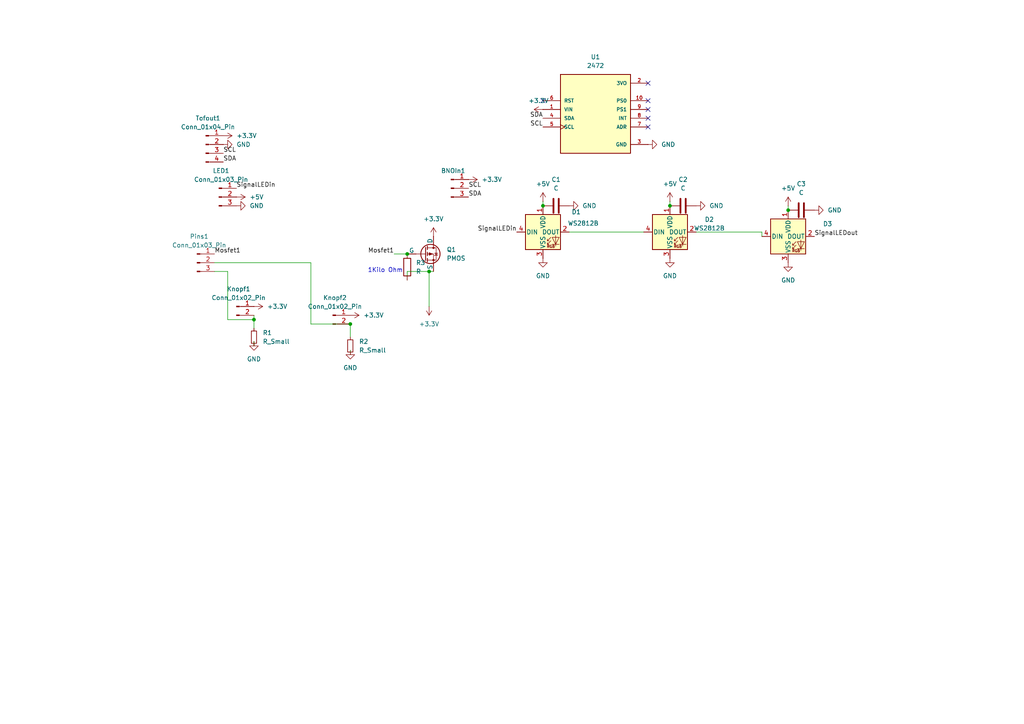
<source format=kicad_sch>
(kicad_sch (version 20231120) (generator "eeschema") (generator_version "8.0")
  (paper "A4")
  (lib_symbols
    (symbol "BNO055:2472" (pin_names (offset 1.016))
      (property "Reference" "U" (at -10.16 13.208 0))
      (property "Value" "2472" (at -10.16 -12.7 0))
      (symbol "2472_0_0"
        (rectangle (start -10.16 -10.16) (end 10.16 12.7) (stroke (width 0.254)) (fill (type background)))
        (pin input line (at -15.24 2.54 0) (length 5.08) (name "VIN") (number "1"))
        (pin bidirectional line (at 15.24 5.08 180) (length 5.08) (name "PS0") (number "10"))
        (pin power_in line (at 15.24 10.16 180) (length 5.08) (name "3VO") (number "2"))
        (pin power_in line (at 15.24 -7.62 180) (length 5.08) (name "GND") (number "3"))
        (pin bidirectional line (at -15.24 0 0) (length 5.08) (name "SDA") (number "4"))
        (pin input clock (at -15.24 -2.54 0) (length 5.08) (name "SCL") (number "5"))
        (pin input line (at -15.24 5.08 0) (length 5.08) (name "RST") (number "6"))
        (pin passive line (at 15.24 -2.54 180) (length 5.08) (name "ADR") (number "7"))
        (pin output line (at 15.24 0 180) (length 5.08) (name "INT") (number "8"))
        (pin bidirectional line (at 15.24 2.54 180) (length 5.08) (name "PS1") (number "9"))
      )
    )
    (symbol "Connector:Conn_01x02_Pin" (pin_names (offset 1.016) hide)
      (property "Reference" "J" (at 0 2.54 0))
      (property "Value" "Conn_01x02_Pin" (at 0 -5.08 0))
      (symbol "Conn_01x02_Pin_1_1"
        (polyline (pts (xy 1.27 -2.54) (xy 0.8636 -2.54)) (stroke (width 0.1524)))
        (polyline (pts (xy 1.27 0) (xy 0.8636 0)) (stroke (width 0.1524)))
        (rectangle (start 0.8636 -2.413) (end 0 -2.667) (stroke (width 0.1524)) (fill (type outline)))
        (rectangle (start 0.8636 0.127) (end 0 -0.127) (stroke (width 0.1524)) (fill (type outline)))
        (pin passive line (at 5.08 0 180) (length 3.81) (name "Pin_1") (number "1"))
        (pin passive line (at 5.08 -2.54 180) (length 3.81) (name "Pin_2") (number "2"))
      )
    )
    (symbol "Connector:Conn_01x03_Pin" (pin_names (offset 1.016) hide)
      (property "Reference" "J" (at 0 5.08 0))
      (property "Value" "Conn_01x03_Pin" (at 0 -5.08 0))
      (symbol "Conn_01x03_Pin_1_1"
        (polyline (pts (xy 1.27 -2.54) (xy 0.8636 -2.54)) (stroke (width 0.1524)))
        (polyline (pts (xy 1.27 0) (xy 0.8636 0)) (stroke (width 0.1524)))
        (polyline (pts (xy 1.27 2.54) (xy 0.8636 2.54)) (stroke (width 0.1524)))
        (rectangle (start 0.8636 -2.413) (end 0 -2.667) (stroke (width 0.1524)) (fill (type outline)))
        (rectangle (start 0.8636 0.127) (end 0 -0.127) (stroke (width 0.1524)) (fill (type outline)))
        (rectangle (start 0.8636 2.667) (end 0 2.413) (stroke (width 0.1524)) (fill (type outline)))
        (pin passive line (at 5.08 2.54 180) (length 3.81) (name "Pin_1") (number "1"))
        (pin passive line (at 5.08 0 180) (length 3.81) (name "Pin_2") (number "2"))
        (pin passive line (at 5.08 -2.54 180) (length 3.81) (name "Pin_3") (number "3"))
      )
    )
    (symbol "Connector:Conn_01x04_Pin" (pin_names (offset 1.016) hide)
      (property "Reference" "J" (at 0 5.08 0))
      (property "Value" "Conn_01x04_Pin" (at 0 -7.62 0))
      (symbol "Conn_01x04_Pin_1_1"
        (polyline (pts (xy 1.27 -5.08) (xy 0.8636 -5.08)) (stroke (width 0.1524)))
        (polyline (pts (xy 1.27 -2.54) (xy 0.8636 -2.54)) (stroke (width 0.1524)))
        (polyline (pts (xy 1.27 0) (xy 0.8636 0)) (stroke (width 0.1524)))
        (polyline (pts (xy 1.27 2.54) (xy 0.8636 2.54)) (stroke (width 0.1524)))
        (rectangle (start 0.8636 -4.953) (end 0 -5.207) (stroke (width 0.1524)) (fill (type outline)))
        (rectangle (start 0.8636 -2.413) (end 0 -2.667) (stroke (width 0.1524)) (fill (type outline)))
        (rectangle (start 0.8636 0.127) (end 0 -0.127) (stroke (width 0.1524)) (fill (type outline)))
        (rectangle (start 0.8636 2.667) (end 0 2.413) (stroke (width 0.1524)) (fill (type outline)))
        (pin passive line (at 5.08 2.54 180) (length 3.81) (name "Pin_1") (number "1"))
        (pin passive line (at 5.08 0 180) (length 3.81) (name "Pin_2") (number "2"))
        (pin passive line (at 5.08 -2.54 180) (length 3.81) (name "Pin_3") (number "3"))
        (pin passive line (at 5.08 -5.08 180) (length 3.81) (name "Pin_4") (number "4"))
      )
    )
    (symbol "Device:C" (pin_numbers hide) (pin_names (offset 0.254))
      (property "Reference" "C" (at 0.635 2.54 0))
      (property "Value" "C" (at 0.635 -2.54 0))
      (symbol "C_0_1"
        (polyline (pts (xy -2.032 -0.762) (xy 2.032 -0.762)) (stroke (width 0.508)))
        (polyline (pts (xy -2.032 0.762) (xy 2.032 0.762)) (stroke (width 0.508)))
      )
      (symbol "C_1_1"
        (pin passive line (at 0 3.81 270) (length 2.794) (name "~") (number "1"))
        (pin passive line (at 0 -3.81 90) (length 2.794) (name "~") (number "2"))
      )
    )
    (symbol "Device:R" (pin_numbers hide) (pin_names (offset 0))
      (property "Reference" "R" (at 2.032 0 90))
      (property "Value" "R" (at 0 0 90))
      (symbol "R_0_1"
        (rectangle (start -1.016 -2.54) (end 1.016 2.54) (stroke (width 0.254)))
      )
      (symbol "R_1_1"
        (pin passive line (at 0 3.81 270) (length 1.27) (name "~") (number "1"))
        (pin passive line (at 0 -3.81 90) (length 1.27) (name "~") (number "2"))
      )
    )
    (symbol "Device:R_Small" (pin_numbers hide) (pin_names (offset 0.254) hide)
      (property "Reference" "R" (at 0.762 0.508 0))
      (property "Value" "R_Small" (at 0.762 -1.016 0))
      (symbol "R_Small_0_1"
        (rectangle (start -0.762 1.778) (end 0.762 -1.778) (stroke (width 0.2032)))
      )
      (symbol "R_Small_1_1"
        (pin passive line (at 0 2.54 270) (length 0.762) (name "~") (number "1"))
        (pin passive line (at 0 -2.54 90) (length 0.762) (name "~") (number "2"))
      )
    )
    (symbol "LED:WS2812B" (pin_names (offset 0.254))
      (property "Reference" "D" (at 5.08 5.715 0))
      (property "Value" "WS2812B" (at 1.27 -5.715 0))
      (symbol "WS2812B_0_0"
        (text "RGB" (at 2.286 -4.191 0) (effects (font (size 0.762 0.762))))
      )
      (symbol "WS2812B_0_1"
        (polyline (pts (xy 1.27 -3.556) (xy 1.778 -3.556)))
        (polyline (pts (xy 1.27 -2.54) (xy 1.778 -2.54)))
        (polyline (pts (xy 4.699 -3.556) (xy 2.667 -3.556)))
        (polyline (pts (xy 2.286 -2.54) (xy 1.27 -3.556) (xy 1.27 -3.048)))
        (polyline (pts (xy 2.286 -1.524) (xy 1.27 -2.54) (xy 1.27 -2.032)))
        (polyline (pts (xy 3.683 -1.016) (xy 3.683 -3.556) (xy 3.683 -4.064)))
        (polyline (pts (xy 4.699 -1.524) (xy 2.667 -1.524) (xy 3.683 -3.556) (xy 4.699 -1.524)))
        (rectangle (start 5.08 5.08) (end -5.08 -5.08) (stroke (width 0.254)) (fill (type background)))
      )
      (symbol "WS2812B_1_1"
        (pin power_in line (at 0 7.62 270) (length 2.54) (name "VDD") (number "1"))
        (pin output line (at 7.62 0 180) (length 2.54) (name "DOUT") (number "2"))
        (pin power_in line (at 0 -7.62 90) (length 2.54) (name "VSS") (number "3"))
        (pin input line (at -7.62 0 0) (length 2.54) (name "DIN") (number "4"))
      )
    )
    (symbol "Simulation_SPICE:PMOS" (pin_numbers hide) (pin_names (offset 0))
      (property "Reference" "Q" (at 5.08 1.27 0))
      (property "Value" "PMOS" (at 5.08 -1.27 0))
      (symbol "PMOS_0_1"
        (polyline (pts (xy 0.254 0) (xy -2.54 0)))
        (polyline (pts (xy 0.254 1.905) (xy 0.254 -1.905)) (stroke (width 0.254)))
        (polyline (pts (xy 0.762 -1.27) (xy 0.762 -2.286)) (stroke (width 0.254)))
        (polyline (pts (xy 0.762 0.508) (xy 0.762 -0.508)) (stroke (width 0.254)))
        (polyline (pts (xy 0.762 2.286) (xy 0.762 1.27)) (stroke (width 0.254)))
        (polyline (pts (xy 2.54 2.54) (xy 2.54 1.778)))
        (polyline (pts (xy 2.54 -2.54) (xy 2.54 0) (xy 0.762 0)))
        (polyline (pts (xy 0.762 1.778) (xy 3.302 1.778) (xy 3.302 -1.778) (xy 0.762 -1.778)))
        (polyline (pts (xy 2.286 0) (xy 1.27 0.381) (xy 1.27 -0.381) (xy 2.286 0)) (fill (type outline)))
        (polyline (pts (xy 2.794 -0.508) (xy 2.921 -0.381) (xy 3.683 -0.381) (xy 3.81 -0.254)))
        (polyline (pts (xy 3.302 -0.381) (xy 2.921 0.254) (xy 3.683 0.254) (xy 3.302 -0.381)))
        (circle (center 1.651 0) (radius 2.794) (stroke (width 0.254)))
        (circle (center 2.54 -1.778) (radius 0.254) (fill (type outline)))
        (circle (center 2.54 1.778) (radius 0.254) (fill (type outline)))
      )
      (symbol "PMOS_1_1"
        (pin passive line (at 2.54 5.08 270) (length 2.54) (name "D") (number "1"))
        (pin input line (at -5.08 0 0) (length 2.54) (name "G") (number "2"))
        (pin passive line (at 2.54 -5.08 90) (length 2.54) (name "S") (number "3"))
      )
    )
    (symbol "power:+3.3V" (power) (pin_numbers hide) (pin_names (offset 0) hide)
      (property "Value" "+3.3V" (at 0 3.556 0))
      (symbol "+3.3V_0_1"
        (polyline (pts (xy -0.762 1.27) (xy 0 2.54)))
        (polyline (pts (xy 0 0) (xy 0 2.54)))
        (polyline (pts (xy 0 2.54) (xy 0.762 1.27)))
      )
      (symbol "+3.3V_1_1"
        (pin power_in line (at 0 0 90) (length 0) (name "~") (number "1"))
      )
    )
    (symbol "power:+5V" (power) (pin_numbers hide) (pin_names (offset 0) hide)
      (property "Value" "+5V" (at 0 3.556 0))
      (symbol "+5V_0_1"
        (polyline (pts (xy -0.762 1.27) (xy 0 2.54)))
        (polyline (pts (xy 0 0) (xy 0 2.54)))
        (polyline (pts (xy 0 2.54) (xy 0.762 1.27)))
      )
      (symbol "+5V_1_1"
        (pin power_in line (at 0 0 90) (length 0) (name "~") (number "1"))
      )
    )
    (symbol "power:GND" (power) (pin_numbers hide) (pin_names (offset 0) hide)
      (property "Value" "GND" (at 0 -3.81 0))
      (symbol "GND_0_1"
        (polyline (pts (xy 0 0) (xy 0 -1.27) (xy 1.27 -1.27) (xy 0 -2.54) (xy -1.27 -1.27) (xy 0 -1.27)))
      )
      (symbol "GND_1_1"
        (pin power_in line (at 0 0 270) (length 0) (name "~") (number "1"))
      )
    )
  )
  (junction (at 101.6 93.98))
  (junction (at 118.11 73.66))
  (junction (at 228.6 60.96))
  (junction (at 194.31 59.69))
  (junction (at 73.66 92.71))
  (junction (at 124.46 78.74))
  (junction (at 157.48 59.69))
  (no_connect (at 187.96 31.75))
  (no_connect (at 157.48 29.21))
  (no_connect (at 187.96 29.21))
  (no_connect (at 187.96 36.83))
  (no_connect (at 187.96 34.29))
  (no_connect (at 187.96 24.13))
  (wire (pts (xy 201.93 67.31) (xy 220.98 67.31)))
  (wire (pts (xy 62.23 78.74) (xy 66.04 78.74)))
  (wire (pts (xy 73.66 100.33) (xy 73.66 99.06)))
  (wire (pts (xy 220.98 67.31) (xy 220.98 68.58)))
  (wire (pts (xy 101.6 93.98) (xy 101.6 97.79)))
  (wire (pts (xy 66.04 78.74) (xy 66.04 92.71)))
  (wire (pts (xy 90.17 93.98) (xy 101.6 93.98)))
  (wire (pts (xy 124.46 78.74) (xy 125.73 78.74)))
  (wire (pts (xy 165.1 67.31) (xy 186.69 67.31)))
  (wire (pts (xy 124.46 88.9) (xy 124.46 78.74)))
  (wire (pts (xy 157.48 58.42) (xy 157.48 59.69)))
  (wire (pts (xy 101.6 102.87) (xy 101.6 101.6)))
  (wire (pts (xy 118.11 78.74) (xy 124.46 78.74)))
  (wire (pts (xy 62.23 76.2) (xy 90.17 76.2)))
  (wire (pts (xy 228.6 59.69) (xy 228.6 60.96)))
  (wire (pts (xy 118.11 78.74) (xy 118.11 81.28)))
  (wire (pts (xy 73.66 92.71) (xy 73.66 95.25)))
  (wire (pts (xy 90.17 76.2) (xy 90.17 93.98)))
  (wire (pts (xy 114.3 73.66) (xy 118.11 73.66)))
  (wire (pts (xy 66.04 92.71) (xy 73.66 92.71)))
  (wire (pts (xy 194.31 58.42) (xy 194.31 59.69)))
  (wire (pts (xy 73.66 91.44) (xy 73.66 92.71)))
  (text "1Kilo Ohm\n" (at 111.76 78.486 0) (effects (font (size 1.27 1.27))))
  (label "SDA" (at 135.89 57.15 0))
  (label "SDA" (at 64.77 46.99 0))
  (label "SCL" (at 157.48 36.83 180))
  (label "Mosfet1" (at 114.3 73.66 180))
  (label "SDA" (at 157.48 34.29 180))
  (label "SignalLEDin" (at 68.58 54.61 0))
  (label "Mosfet1" (at 62.23 73.66 0))
  (label "SignalLEDin" (at 149.86 67.31 180))
  (label "SCL" (at 135.89 54.61 0))
  (label "SCL" (at 64.77 44.45 0))
  (label "SignalLEDout" (at 236.22 68.58 0))
  (symbol (lib_id "power:+5V") (at 194.31 58.42 0) (unit 1)
    (property "Reference" "#PWR021" (effects (hide yes)))
    (property "Value" "+5V" (at 194.31 53.34 0))
    (property "Description" "Power symbol creates a global label with name \"+5V\"" (effects (hide yes)))
  )
  (symbol (lib_id "Device:C") (at 232.41 60.96 90) (unit 1)
    (property "Reference" "C3" (at 232.41 53.34 90))
    (property "Value" "C" (at 232.41 55.88 90))
    (property "Footprint" "Capacitor_SMD:C_0805_2012Metric_Pad1.18x1.45mm_HandSolder" (effects (hide yes)))
    (property "Description" "Unpolarized capacitor" (effects (hide yes)))
  )
  (symbol (lib_id "Connector:Conn_01x03_Pin") (at 57.15 76.2 0) (unit 1)
    (property "Reference" "Pins1" (at 57.785 68.58 0))
    (property "Value" "Conn_01x03_Pin" (at 57.785 71.12 0))
    (property "Footprint" "Connector_JST:JST_PH_B3B-PH-K_1x03_P2.00mm_Vertical" (effects (hide yes)))
    (property "Description" "Generic connector, single row, 01x03, script generated" (effects (hide yes)))
  )
  (symbol (lib_id "power:+5V") (at 68.58 57.15 270) (unit 1)
    (property "Reference" "#PWR03" (effects (hide yes)))
    (property "Value" "+5V" (at 72.39 57.1499 90) (effects (justify left)))
    (property "Description" "Power symbol creates a global label with name \"+5V\"" (effects (hide yes)))
  )
  (symbol (lib_id "power:+3.3V") (at 135.89 52.07 270) (unit 1)
    (property "Reference" "#PWR017" (effects (hide yes)))
    (property "Value" "+3.3V" (at 139.7 52.0699 90) (effects (justify left)))
    (property "Description" "Power symbol creates a global label with name \"+3.3V\"" (effects (hide yes)))
  )
  (symbol (lib_id "power:GND") (at 101.6 101.6 0) (unit 1)
    (property "Reference" "#PWR012" (effects (hide yes)))
    (property "Value" "GND" (at 101.6 106.68 0))
    (property "Description" "Power symbol creates a global label with name \"GND\" , ground" (effects (hide yes)))
  )
  (symbol (lib_id "power:+3.3V") (at 101.6 91.44 270) (unit 1)
    (property "Reference" "#PWR011" (effects (hide yes)))
    (property "Value" "+3.3V" (at 105.41 91.4399 90) (effects (justify left)))
    (property "Description" "Power symbol creates a global label with name \"+3.3V\"" (effects (hide yes)))
  )
  (symbol (lib_id "Connector:Conn_01x03_Pin") (at 130.81 54.61 0) (unit 1)
    (property "Reference" "BNOIn1" (at 131.445 49.53 0))
    (property "Value" "Conn_01x03_Pin" (effects (hide yes)))
    (property "Footprint" "Connector_JST:JST_PH_B3B-PH-K_1x03_P2.00mm_Vertical" (effects (hide yes)))
    (property "Description" "Generic connector, single row, 01x03, script generated" (effects (hide yes)))
  )
  (symbol (lib_id "LED:WS2812B") (at 194.31 67.31 0) (unit 1)
    (property "Reference" "D2" (at 205.74 63.662 0))
    (property "Value" "WS2812B" (at 205.74 66.202 0))
    (property "Footprint" "LED_SMD:LED_WS2812B_PLCC4_5.0x5.0mm_P3.2mm" (effects (hide yes)))
    (property "Datasheet" "https://cdn-shop.adafruit.com/datasheets/WS2812B.pdf" (effects (hide yes)))
    (property "Description" "RGB LED with integrated controller" (effects (hide yes)))
  )
  (symbol (lib_id "power:+5V") (at 157.48 58.42 0) (unit 1)
    (property "Reference" "#PWR018" (effects (hide yes)))
    (property "Value" "+5V" (at 157.48 53.34 0))
    (property "Description" "Power symbol creates a global label with name \"+5V\"" (effects (hide yes)))
  )
  (symbol (lib_id "Connector:Conn_01x03_Pin") (at 63.5 57.15 0) (unit 1)
    (property "Reference" "LED1" (at 64.135 49.53 0))
    (property "Value" "Conn_01x03_Pin" (at 64.135 52.07 0))
    (property "Footprint" "Connector_JST:JST_PH_B3B-PH-K_1x03_P2.00mm_Vertical" (effects (hide yes)))
    (property "Description" "Generic connector, single row, 01x03, script generated" (effects (hide yes)))
  )
  (symbol (lib_id "power:GND") (at 73.66 99.06 0) (unit 1)
    (property "Reference" "#PWR06" (effects (hide yes)))
    (property "Value" "GND" (at 73.66 104.14 0))
    (property "Description" "Power symbol creates a global label with name \"GND\" , ground" (effects (hide yes)))
  )
  (symbol (lib_id "power:GND") (at 157.48 74.93 0) (unit 1)
    (property "Reference" "#PWR019" (effects (hide yes)))
    (property "Value" "GND" (at 157.48 80.01 0))
    (property "Description" "Power symbol creates a global label with name \"GND\" , ground" (effects (hide yes)))
  )
  (symbol (lib_id "power:GND") (at 194.31 74.93 0) (unit 1)
    (property "Reference" "#PWR022" (effects (hide yes)))
    (property "Value" "GND" (at 194.31 80.01 0))
    (property "Description" "Power symbol creates a global label with name \"GND\" , ground" (effects (hide yes)))
  )
  (symbol (lib_id "power:+3.3V") (at 124.46 88.9 180) (unit 1)
    (property "Reference" "#PWR015" (effects (hide yes)))
    (property "Value" "+3.3V" (at 124.46 93.98 0))
    (property "Description" "Power symbol creates a global label with name \"+3.3V\"" (effects (hide yes)))
  )
  (symbol (lib_id "power:GND") (at 64.77 41.91 90) (unit 1)
    (property "Reference" "#PWR02" (effects (hide yes)))
    (property "Value" "GND" (at 68.58 41.9099 90) (effects (justify right)))
    (property "Description" "Power symbol creates a global label with name \"GND\" , ground" (effects (hide yes)))
  )
  (symbol (lib_id "power:GND") (at 228.6 76.2 0) (unit 1)
    (property "Reference" "#PWR025" (effects (hide yes)))
    (property "Value" "GND" (at 228.6 81.28 0))
    (property "Description" "Power symbol creates a global label with name \"GND\" , ground" (effects (hide yes)))
  )
  (symbol (lib_id "power:GND") (at 68.58 59.69 90) (unit 1)
    (property "Reference" "#PWR04" (effects (hide yes)))
    (property "Value" "GND" (at 72.39 59.6899 90) (effects (justify right)))
    (property "Description" "Power symbol creates a global label with name \"GND\" , ground" (effects (hide yes)))
  )
  (symbol (lib_id "power:+3.3V") (at 157.48 31.75 90) (unit 1)
    (property "Reference" "#PWR014" (effects (hide yes)))
    (property "Value" "+3.3V" (at 156.21 29.21 90))
    (property "Description" "Power symbol creates a global label with name \"+3.3V\"" (effects (hide yes)))
  )
  (symbol (lib_id "Device:C") (at 161.29 59.69 90) (unit 1)
    (property "Reference" "C1" (at 161.29 52.07 90))
    (property "Value" "C" (at 161.29 54.61 90))
    (property "Footprint" "Capacitor_SMD:C_0805_2012Metric_Pad1.18x1.45mm_HandSolder" (effects (hide yes)))
    (property "Description" "Unpolarized capacitor" (effects (hide yes)))
  )
  (symbol (lib_id "power:GND") (at 236.22 60.96 90) (unit 1)
    (property "Reference" "#PWR026" (effects (hide yes)))
    (property "Value" "GND" (at 240.03 60.9599 90) (effects (justify right)))
    (property "Description" "Power symbol creates a global label with name \"GND\" , ground" (effects (hide yes)))
  )
  (symbol (lib_id "Connector:Conn_01x04_Pin") (at 59.69 41.91 0) (unit 1)
    (property "Reference" "Tofout1" (at 60.325 34.29 0))
    (property "Value" "Conn_01x04_Pin" (at 60.325 36.83 0))
    (property "Footprint" "Connector_JST:JST_PH_B4B-PH-K_1x04_P2.00mm_Vertical" (effects (hide yes)))
    (property "Description" "Generic connector, single row, 01x04, script generated" (effects (hide yes)))
  )
  (symbol (lib_id "Device:R_Small") (at 101.6 100.33 0) (unit 1)
    (property "Reference" "R2" (at 104.14 99.0599 0) (effects (justify left)))
    (property "Value" "R_Small" (at 104.14 101.5999 0) (effects (justify left)))
    (property "Footprint" "Resistor_SMD:R_0805_2012Metric_Pad1.20x1.40mm_HandSolder" (effects (hide yes)))
    (property "Description" "Resistor, small symbol" (effects (hide yes)))
  )
  (symbol (lib_id "Connector:Conn_01x02_Pin") (at 68.58 88.9 0) (unit 1)
    (property "Reference" "Knopf1" (at 69.215 83.82 0))
    (property "Value" "Conn_01x02_Pin" (at 69.215 86.36 0))
    (property "Footprint" "Connector_JST:JST_PH_B2B-PH-K_1x02_P2.00mm_Vertical" (effects (hide yes)))
    (property "Description" "Generic connector, single row, 01x02, script generated" (effects (hide yes)))
  )
  (symbol (lib_id "power:GND") (at 187.96 41.91 90) (unit 1)
    (property "Reference" "#PWR013" (effects (hide yes)))
    (property "Value" "GND" (at 191.77 41.9099 90) (effects (justify right)))
    (property "Description" "Power symbol creates a global label with name \"GND\" , ground" (effects (hide yes)))
  )
  (symbol (lib_id "power:+3.3V") (at 73.66 88.9 270) (unit 1)
    (property "Reference" "#PWR05" (effects (hide yes)))
    (property "Value" "+3.3V" (at 77.47 88.8999 90) (effects (justify left)))
    (property "Description" "Power symbol creates a global label with name \"+3.3V\"" (effects (hide yes)))
  )
  (symbol (lib_id "power:+3.3V") (at 125.73 68.58 0) (unit 1)
    (property "Reference" "#PWR016" (effects (hide yes)))
    (property "Value" "+3.3V" (at 125.73 63.5 0))
    (property "Description" "Power symbol creates a global label with name \"+3.3V\"" (effects (hide yes)))
  )
  (symbol (lib_id "power:+3.3V") (at 64.77 39.37 270) (unit 1)
    (property "Reference" "#PWR01" (effects (hide yes)))
    (property "Value" "+3.3V" (at 68.58 39.3699 90) (effects (justify left)))
    (property "Description" "Power symbol creates a global label with name \"+3.3V\"" (effects (hide yes)))
  )
  (symbol (lib_id "power:GND") (at 165.1 59.69 90) (unit 1)
    (property "Reference" "#PWR020" (effects (hide yes)))
    (property "Value" "GND" (at 168.91 59.6899 90) (effects (justify right)))
    (property "Description" "Power symbol creates a global label with name \"GND\" , ground" (effects (hide yes)))
  )
  (symbol (lib_id "Device:R") (at 118.11 77.47 0) (unit 1)
    (property "Reference" "R3" (at 120.65 76.1999 0) (effects (justify left)))
    (property "Value" "R" (at 120.65 78.7399 0) (effects (justify left)))
    (property "Footprint" "Resistor_SMD:R_0805_2012Metric_Pad1.20x1.40mm_HandSolder" (effects (hide yes)))
    (property "Description" "Resistor" (effects (hide yes)))
  )
  (symbol (lib_id "power:GND") (at 201.93 59.69 90) (unit 1)
    (property "Reference" "#PWR023" (effects (hide yes)))
    (property "Value" "GND" (at 205.74 59.6899 90) (effects (justify right)))
    (property "Description" "Power symbol creates a global label with name \"GND\" , ground" (effects (hide yes)))
  )
  (symbol (lib_id "LED:WS2812B") (at 157.48 67.31 0) (unit 1)
    (property "Reference" "D1" (at 167.132 61.468 0))
    (property "Value" "WS2812B" (at 169.164 64.77 0))
    (property "Footprint" "LED_SMD:LED_WS2812B_PLCC4_5.0x5.0mm_P3.2mm" (effects (hide yes)))
    (property "Datasheet" "https://cdn-shop.adafruit.com/datasheets/WS2812B.pdf" (effects (hide yes)))
    (property "Description" "RGB LED with integrated controller" (effects (hide yes)))
  )
  (symbol (lib_id "Device:C") (at 198.12 59.69 90) (unit 1)
    (property "Reference" "C2" (at 198.12 52.07 90))
    (property "Value" "C" (at 198.12 54.61 90))
    (property "Footprint" "Capacitor_SMD:C_0805_2012Metric_Pad1.18x1.45mm_HandSolder" (effects (hide yes)))
    (property "Description" "Unpolarized capacitor" (effects (hide yes)))
  )
  (symbol (lib_id "Device:R_Small") (at 73.66 97.79 0) (unit 1)
    (property "Reference" "R1" (at 76.2 96.5199 0) (effects (justify left)))
    (property "Value" "R_Small" (at 76.2 99.0599 0) (effects (justify left)))
    (property "Footprint" "Resistor_SMD:R_0805_2012Metric_Pad1.20x1.40mm_HandSolder" (effects (hide yes)))
    (property "Description" "Resistor, small symbol" (effects (hide yes)))
  )
  (symbol (lib_id "LED:WS2812B") (at 228.6 68.58 0) (unit 1)
    (property "Reference" "D3" (at 240.03 64.932 0))
    (property "Value" "WS2812B" (effects (hide yes)))
    (property "Footprint" "LED_SMD:LED_WS2812B_PLCC4_5.0x5.0mm_P3.2mm" (effects (hide yes)))
    (property "Datasheet" "https://cdn-shop.adafruit.com/datasheets/WS2812B.pdf" (effects (hide yes)))
    (property "Description" "RGB LED with integrated controller" (effects (hide yes)))
  )
  (symbol (lib_id "BNO055:2472") (at 172.72 34.29 0) (unit 1)
    (property "Reference" "U1" (at 172.72 16.51 0))
    (property "Value" "2472" (at 172.72 19.05 0))
    (property "Footprint" "BNO055:MODULE_2472" (effects (hide yes)))
    (property "MF" "Adafruit" (effects (hide yes)))
    (property "Description_1" "\nAdafruit 9-DOF Absolute Orientation IMU Fusion Breakout - BNO055 | Adafruit Industries 2472\n" (effects (hide yes)))
    (property "Package" "Non-Standard Adafruit" (effects (hide yes)))
    (property "Price" "None" (effects (hide yes)))
    (property "Check_prices" "https://www.snapeda.com/parts/2472/Adafruit+Industries/view-part/?ref=eda" (effects (hide yes)))
    (property "STANDARD" "Manufacturer Recommendations" (effects (hide yes)))
    (property "PARTREV" "N/A" (effects (hide yes)))
    (property "SnapEDA_Link" "https://www.snapeda.com/parts/2472/Adafruit+Industries/view-part/?ref=snap" (effects (hide yes)))
    (property "MP" "2472" (effects (hide yes)))
    (property "Availability" "In Stock" (effects (hide yes)))
    (property "MANUFACTURER" "Adafruit Industries" (effects (hide yes)))
  )
  (symbol (lib_id "Connector:Conn_01x02_Pin") (at 96.52 91.44 0) (unit 1)
    (property "Reference" "Knopf2" (at 97.155 86.36 0))
    (property "Value" "Conn_01x02_Pin" (at 97.155 88.9 0))
    (property "Footprint" "Connector_JST:JST_PH_B2B-PH-K_1x02_P2.00mm_Vertical" (effects (hide yes)))
    (property "Description" "Generic connector, single row, 01x02, script generated" (effects (hide yes)))
  )
  (symbol (lib_id "power:+5V") (at 228.6 59.69 0) (unit 1)
    (property "Reference" "#PWR024" (effects (hide yes)))
    (property "Value" "+5V" (at 228.6 54.61 0))
    (property "Description" "Power symbol creates a global label with name \"+5V\"" (effects (hide yes)))
  )
  (symbol (lib_id "Simulation_SPICE:PMOS") (at 123.19 73.66 0) (unit 1)
    (property "Reference" "Q1" (at 129.54 72.3899 0) (effects (justify left)))
    (property "Value" "PMOS" (at 129.54 74.9299 0) (effects (justify left)))
    (property "Footprint" "footprints:SOT-23_IRLML2244TRPBF_INF" (effects (hide yes)))
    (property "Datasheet" "https://ngspice.sourceforge.io/docs/ngspice-html-manual/manual.xhtml#cha_MOSFETs" (effects (hide yes)))
    (property "Description" "P-MOSFET transistor, drain/source/gate" (effects (hide yes)))
    (property "Sim.Device" "PMOS" (effects (hide yes)))
    (property "Sim.Type" "VDMOS" (effects (hide yes)))
    (property "Sim.Pins" "1=D 2=G 3=S" (effects (hide yes)))
  )
)
</source>
